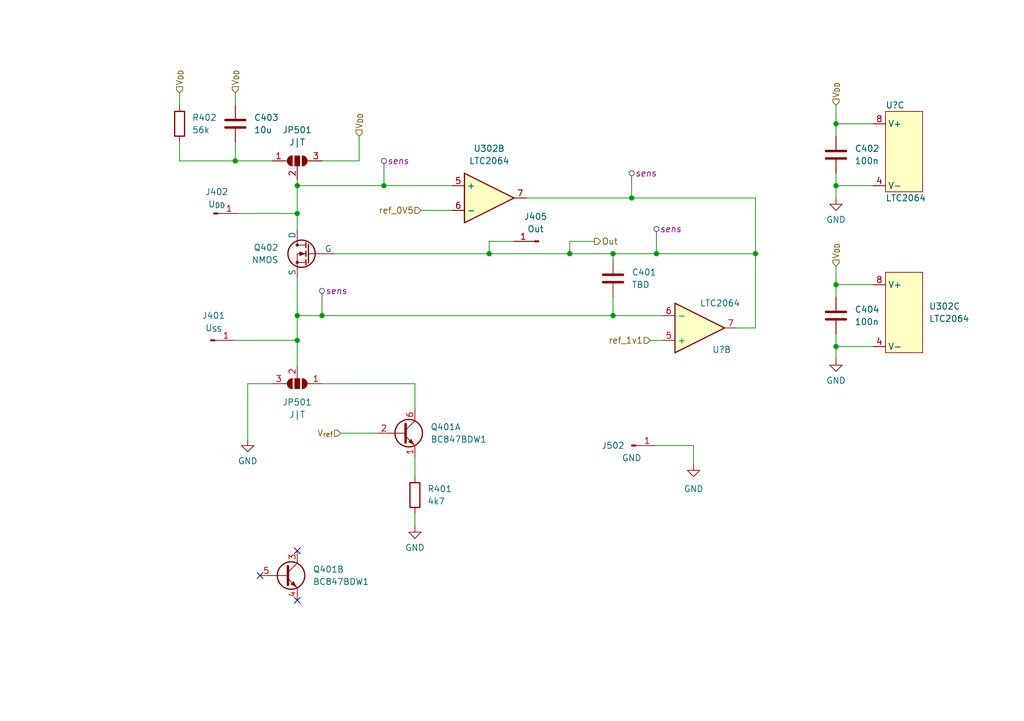
<source format=kicad_sch>
(kicad_sch (version 20230121) (generator eeschema)
  (paper "A5")
  (lib_symbols
    (symbol "Connector:Conn_01x01_Pin" (pin_names (offset 1.016) hide)
      (property "Reference" "J" (at 0 2.54 0))
      (property "Value" "Conn_01x01_Pin" (at 0 -2.54 0))
      (symbol "Conn_01x01_Pin_1_1"
        (polyline (pts (xy 1.27 0) (xy 0.8636 0)) (stroke (width 0.1524)))
        (rectangle (start 0.8636 0.127) (end 0 -0.127) (stroke (width 0.1524)) (fill (type outline)))
        (pin passive line (at 5.08 0 180) (length 3.81) (name "Pin_1") (number "1"))
      )
    )
    (symbol "Device:C" (pin_numbers hide) (pin_names (offset 0.254))
      (property "Reference" "C" (at 0.635 2.54 0))
      (property "Value" "C" (at 0.635 -2.54 0))
      (symbol "C_0_1"
        (polyline (pts (xy -2.032 -0.762) (xy 2.032 -0.762)) (stroke (width 0.508)))
        (polyline (pts (xy -2.032 0.762) (xy 2.032 0.762)) (stroke (width 0.508)))
      )
      (symbol "C_1_1"
        (pin passive line (at 0 3.81 270) (length 2.794) (name "~") (number "1"))
        (pin passive line (at 0 -3.81 90) (length 2.794) (name "~") (number "2"))
      )
    )
    (symbol "Device:R" (pin_numbers hide) (pin_names (offset 0))
      (property "Reference" "R" (at 2.032 0 90))
      (property "Value" "R" (at 0 0 90))
      (symbol "R_0_1"
        (rectangle (start -1.016 -2.54) (end 1.016 2.54) (stroke (width 0.254)))
      )
      (symbol "R_1_1"
        (pin passive line (at 0 3.81 270) (length 1.27) (name "~") (number "1"))
        (pin passive line (at 0 -3.81 90) (length 1.27) (name "~") (number "2"))
      )
    )
    (symbol "Jumper:SolderJumper_3_Open" (pin_names (offset 0) hide)
      (property "Reference" "JP" (at -2.54 -2.54 0))
      (property "Value" "SolderJumper_3_Open" (at 0 2.794 0))
      (symbol "SolderJumper_3_Open_0_1"
        (arc (start -1.016 1.016) (mid -2.0276 0) (end -1.016 -1.016))
        (arc (start -1.016 1.016) (mid -2.0276 0) (end -1.016 -1.016) (fill (type outline)))
        (rectangle (start -0.508 1.016) (end 0.508 -1.016) (fill (type outline)))
        (polyline (pts (xy -2.54 0) (xy -2.032 0)))
        (polyline (pts (xy -1.016 1.016) (xy -1.016 -1.016)))
        (polyline (pts (xy 0 -1.27) (xy 0 -1.016)))
        (polyline (pts (xy 1.016 1.016) (xy 1.016 -1.016)))
        (polyline (pts (xy 2.54 0) (xy 2.032 0)))
        (arc (start 1.016 -1.016) (mid 2.0276 0) (end 1.016 1.016))
        (arc (start 1.016 -1.016) (mid 2.0276 0) (end 1.016 1.016) (fill (type outline)))
      )
      (symbol "SolderJumper_3_Open_1_1"
        (pin passive line (at -5.08 0 0) (length 2.54) (name "A") (number "1"))
        (pin passive line (at 0 -3.81 90) (length 2.54) (name "C") (number "2"))
        (pin passive line (at 5.08 0 180) (length 2.54) (name "B") (number "3"))
      )
    )
    (symbol "Simulation_SPICE:NMOS" (pin_numbers hide) (pin_names (offset 0))
      (property "Reference" "Q402" (at 6.35 1.27 0))
      (property "Value" "NMOS" (at 6.35 -1.27 0))
      (symbol "NMOS_0_1"
        (polyline (pts (xy 0.254 0) (xy -2.54 0)))
        (polyline (pts (xy 0.254 1.905) (xy 0.254 -1.905)) (stroke (width 0.254)))
        (polyline (pts (xy 0.762 -1.27) (xy 0.762 -2.286)) (stroke (width 0.254)))
        (polyline (pts (xy 0.762 0.508) (xy 0.762 -0.508)) (stroke (width 0.254)))
        (polyline (pts (xy 0.762 2.286) (xy 0.762 1.27)) (stroke (width 0.254)))
        (polyline (pts (xy 2.54 -1.778) (xy 0.762 -1.778)))
        (polyline (pts (xy 2.54 1.778) (xy 0.762 1.778)))
        (polyline (pts (xy 2.54 2.54) (xy 2.54 1.778)))
        (polyline (pts (xy 2.54 -2.54) (xy 2.54 0) (xy 0.762 0)))
        (polyline (pts (xy 1.016 0) (xy 2.032 0.381) (xy 2.032 -0.381) (xy 1.016 0)) (fill (type outline)))
        (circle (center 1.651 0) (radius 2.794) (stroke (width 0.254)))
        (circle (center 2.54 -1.778) (radius 0.254) (fill (type outline)))
        (circle (center 2.54 1.778) (radius 0.254) (fill (type outline)))
      )
      (symbol "NMOS_1_1"
        (pin passive line (at 2.54 5.08 270) (length 2.54) (name "D") (number "1"))
        (pin passive line (at 2.54 -5.08 90) (length 2.54) (name "S") (number "2"))
        (pin input line (at -5.08 0 0) (length 2.54) (name "G") (number "3"))
      )
    )
    (symbol "Transistor_BJT:BC847BDW1" (pin_names (offset 0) hide)
      (property "Reference" "Q" (at 5.08 1.27 0))
      (property "Value" "BC847BDW1" (at 5.08 -1.27 0))
      (symbol "BC847BDW1_0_1"
        (polyline (pts (xy 0.635 0) (xy -2.54 0)))
        (polyline (pts (xy 0.635 0.635) (xy 2.54 2.54)))
        (polyline (pts (xy 0.635 -0.635) (xy 2.54 -2.54) (xy 2.54 -2.54)))
        (polyline (pts (xy 0.635 1.905) (xy 0.635 -1.905) (xy 0.635 -1.905)) (stroke (width 0.508)))
        (polyline (pts (xy 1.27 -1.778) (xy 1.778 -1.27) (xy 2.286 -2.286) (xy 1.27 -1.778) (xy 1.27 -1.778)) (fill (type outline)))
        (circle (center 1.27 0) (radius 2.8194) (stroke (width 0.254)))
      )
      (symbol "BC847BDW1_1_1"
        (pin passive line (at 2.54 -5.08 90) (length 2.54) (name "E1") (number "1"))
        (pin input line (at -5.08 0 0) (length 2.54) (name "B1") (number "2"))
        (pin passive line (at 2.54 5.08 270) (length 2.54) (name "C1") (number "6"))
      )
      (symbol "BC847BDW1_2_1"
        (pin passive line (at 2.54 5.08 270) (length 2.54) (name "C2") (number "3"))
        (pin passive line (at 2.54 -5.08 90) (length 2.54) (name "E2") (number "4"))
        (pin input line (at -5.08 0 0) (length 2.54) (name "B2") (number "5"))
      )
    )
    (symbol "power:GND" (power) (pin_names (offset 0))
      (property "Value" "GND" (at 0 -3.81 0))
      (symbol "GND_0_1"
        (polyline (pts (xy 0 0) (xy 0 -1.27) (xy 1.27 -1.27) (xy 0 -2.54) (xy -1.27 -1.27) (xy 0 -1.27)))
      )
      (symbol "GND_1_1"
        (pin power_in line (at 0 0 270) (length 0) hide (name "GND") (number "1"))
      )
    )
    (symbol "sensorModules:LTC2064IMS8"
      (property "Reference" "U" (at -3.81 10.16 0))
      (property "Value" "LTC2064" (at -3.81 -10.16 0))
      (symbol "LTC2064IMS8_1_1"
        (polyline (pts (xy -3.81 5.08) (xy 6.35 0) (xy -3.81 -5.08) (xy -3.81 5.08) (xy -3.81 5.08)) (stroke (width 0.254)) (fill (type background)))
        (pin output line (at 8.89 0 180) (length 2.54) (name "~") (number "1"))
        (pin input line (at -6.35 -2.54 0) (length 2.54) (name "-") (number "2"))
        (pin input line (at -6.35 2.54 0) (length 2.54) (name "+") (number "3"))
      )
      (symbol "LTC2064IMS8_2_1"
        (polyline (pts (xy -3.81 5.08) (xy 6.35 0) (xy -3.81 -5.08) (xy -3.81 5.08) (xy -3.81 5.08)) (stroke (width 0.254)) (fill (type background)))
        (pin input line (at -6.35 2.54 0) (length 2.54) (name "+") (number "5"))
        (pin input line (at -6.35 -2.54 0) (length 2.54) (name "-") (number "6"))
        (pin output line (at 8.89 0 180) (length 2.54) (name "~") (number "7"))
      )
      (symbol "LTC2064IMS8_3_1"
        (rectangle (start -3.81 8.89) (end 3.81 -7.62) (fill (type background)))
        (pin power_in line (at -6.35 -6.35 0) (length 2.54) (name "V-") (number "4"))
        (pin power_in line (at -6.35 6.35 0) (length 2.54) (name "V+") (number "8"))
      )
    )
  )
  (junction (at 66.04 64.77))
  (junction (at 60.96 64.77))
  (junction (at 125.73 64.77))
  (junction (at 60.96 69.85))
  (junction (at 171.45 38.1))
  (junction (at 116.84 52.07))
  (junction (at 78.74 38.1))
  (junction (at 125.73 52.07))
  (junction (at 171.45 71.12))
  (junction (at 134.62 52.07))
  (junction (at 100.33 52.07))
  (junction (at 154.94 52.07))
  (junction (at 48.26 33.02))
  (junction (at 171.45 25.4))
  (junction (at 60.96 38.1))
  (junction (at 60.96 43.815))
  (junction (at 171.45 58.42))
  (junction (at 129.54 40.64))
  (no_connect (at 53.34 118.11))
  (no_connect (at 60.96 113.03))
  (no_connect (at 60.96 123.19))
  (wire (pts (xy 50.8 90.17) (xy 50.8 78.74)))
  (wire (pts (xy 77.47 88.9) (xy 69.85 88.9)))
  (wire (pts (xy 85.09 93.98) (xy 85.09 97.79)))
  (wire (pts (xy 48.26 33.02) (xy 48.26 29.21)))
  (wire (pts (xy 60.96 64.77) (xy 60.96 69.85)))
  (wire (pts (xy 171.45 58.42) (xy 171.45 60.96)))
  (wire (pts (xy 179.07 25.4) (xy 171.45 25.4)))
  (wire (pts (xy 68.58 52.07) (xy 100.33 52.07)))
  (wire (pts (xy 48.26 33.02) (xy 55.88 33.02)))
  (wire (pts (xy 73.66 27.94) (xy 73.66 33.02)))
  (wire (pts (xy 36.83 29.21) (xy 36.83 33.02)))
  (wire (pts (xy 60.96 69.85) (xy 60.96 74.93)))
  (wire (pts (xy 78.74 38.1) (xy 92.71 38.1)))
  (wire (pts (xy 171.45 38.1) (xy 179.07 38.1)))
  (wire (pts (xy 171.45 54.61) (xy 171.45 58.42)))
  (wire (pts (xy 142.24 91.44) (xy 134.62 91.44)))
  (wire (pts (xy 135.89 64.77) (xy 125.73 64.77)))
  (wire (pts (xy 78.74 35.56) (xy 78.74 38.1)))
  (wire (pts (xy 125.73 60.96) (xy 125.73 64.77)))
  (wire (pts (xy 105.41 49.53) (xy 100.33 49.53)))
  (wire (pts (xy 171.45 73.66) (xy 171.45 71.12)))
  (wire (pts (xy 86.36 43.18) (xy 92.71 43.18)))
  (wire (pts (xy 85.09 78.74) (xy 85.09 83.82)))
  (wire (pts (xy 116.84 49.53) (xy 116.84 52.07)))
  (wire (pts (xy 100.33 52.07) (xy 116.84 52.07)))
  (wire (pts (xy 66.04 62.23) (xy 66.04 64.77)))
  (wire (pts (xy 151.13 67.31) (xy 154.94 67.31)))
  (wire (pts (xy 50.8 78.74) (xy 55.88 78.74)))
  (wire (pts (xy 171.45 21.59) (xy 171.45 25.4)))
  (wire (pts (xy 171.45 68.58) (xy 171.45 71.12)))
  (wire (pts (xy 125.73 52.07) (xy 125.73 53.34)))
  (wire (pts (xy 60.96 38.1) (xy 78.74 38.1)))
  (wire (pts (xy 116.84 49.53) (xy 121.92 49.53)))
  (wire (pts (xy 154.94 40.64) (xy 154.94 52.07)))
  (wire (pts (xy 60.96 43.815) (xy 60.96 46.99)))
  (wire (pts (xy 142.24 95.25) (xy 142.24 91.44)))
  (wire (pts (xy 100.33 49.53) (xy 100.33 52.07)))
  (wire (pts (xy 171.45 40.64) (xy 171.45 38.1)))
  (wire (pts (xy 171.45 71.12) (xy 179.07 71.12)))
  (wire (pts (xy 48.26 69.85) (xy 60.96 69.85)))
  (wire (pts (xy 85.09 105.41) (xy 85.09 107.95)))
  (wire (pts (xy 179.07 58.42) (xy 171.45 58.42)))
  (wire (pts (xy 134.62 49.53) (xy 134.62 52.07)))
  (wire (pts (xy 125.73 52.07) (xy 134.62 52.07)))
  (wire (pts (xy 66.04 78.74) (xy 85.09 78.74)))
  (wire (pts (xy 48.895 43.815) (xy 60.96 43.815)))
  (wire (pts (xy 107.95 40.64) (xy 129.54 40.64)))
  (wire (pts (xy 60.96 64.77) (xy 66.04 64.77)))
  (wire (pts (xy 36.83 19.05) (xy 36.83 21.59)))
  (wire (pts (xy 60.96 64.77) (xy 60.96 57.15)))
  (wire (pts (xy 129.54 38.1) (xy 129.54 40.64)))
  (wire (pts (xy 60.96 38.1) (xy 60.96 43.815)))
  (wire (pts (xy 116.84 52.07) (xy 125.73 52.07)))
  (wire (pts (xy 171.45 25.4) (xy 171.45 27.94)))
  (wire (pts (xy 171.45 35.56) (xy 171.45 38.1)))
  (wire (pts (xy 129.54 40.64) (xy 154.94 40.64)))
  (wire (pts (xy 66.04 64.77) (xy 125.73 64.77)))
  (wire (pts (xy 154.94 52.07) (xy 154.94 67.31)))
  (wire (pts (xy 48.26 19.05) (xy 48.26 21.59)))
  (wire (pts (xy 60.96 36.83) (xy 60.96 38.1)))
  (wire (pts (xy 73.66 33.02) (xy 66.04 33.02)))
  (wire (pts (xy 134.62 52.07) (xy 154.94 52.07)))
  (wire (pts (xy 135.89 69.85) (xy 133.35 69.85)))
  (wire (pts (xy 36.83 33.02) (xy 48.26 33.02)))
  (hierarchical_label "ref_1v1" (shape input) (at 133.35 69.85 180))
  (hierarchical_label "Out" (shape output) (at 121.92 49.53 0))
  (hierarchical_label "V_{ref}" (shape input) (at 69.85 88.9 180))
  (hierarchical_label "V_{DD}" (shape input) (at 73.66 27.94 90))
  (hierarchical_label "V_{DD}" (shape input) (at 36.83 19.05 90))
  (hierarchical_label "ref_0V5" (shape input) (at 86.36 43.18 180))
  (hierarchical_label "V_{DD}" (shape input) (at 48.26 19.05 90))
  (hierarchical_label "V_{DD}" (shape input) (at 171.45 54.61 90))
  (hierarchical_label "V_{DD}" (shape input) (at 171.45 21.59 90))
  (netclass_flag "" (length 2.54) (shape round) (at 78.74 35.56 0) (property "Netclass" "sens" (at 79.4385 33.02 0) (effects (font italic) (justify left))))
  (netclass_flag "" (length 2.54) (shape round) (at 129.54 38.1 0) (property "Netclass" "sens" (at 130.2385 35.56 0) (effects (font italic) (justify left))))
  (netclass_flag "" (length 2.54) (shape round) (at 134.62 49.53 0) (property "Netclass" "sens" (at 135.3185 46.99 0) (effects (font italic) (justify left))))
  (netclass_flag "" (length 2.54) (shape round) (at 66.04 62.23 0) (property "Netclass" "sens" (at 66.7385 59.69 0) (effects (font italic) (justify left))))
  (symbol (lib_id "Device:C") (at 171.45 31.75 0) (unit 1)
    (property "Reference" "C402" (at 175.26 30.48 0) (effects (justify left)))
    (property "Value" "100n" (at 175.26 33.02 0) (effects (justify left)))
    (property "Footprint" "Capacitor_SMD:C_0805_2012Metric_Pad1.18x1.45mm_HandSolder" (effects hide))
  )
  (symbol (lib_id "sensorModules:LTC2064IMS8") (at 185.42 31.75 0) (unit 3)
    (property "Reference" "U?" (at 181.61 21.59 0) (effects (justify left)))
    (property "Value" "LTC2064" (at 181.61 40.64 0) (effects (justify left)))
    (property "Footprint" "Package_SO:MSOP-8_3x3mm_P0.65mm" (effects hide))
    (property "Datasheet" "https://www.analog.com/media/en/technical-documentation/data-sheets/ltc2063-2064-2065.pdf" (effects hide))
    (property "Farnell" "4021217" (effects hide))
    (property "Digikey" "505-LTC2064IMS8#PBF-ND" (effects hide))
    (instances (project "sensor" (path "" (reference "U?") (unit 3)) (path "" (reference "U301") (unit 3))))
  )
  (symbol (lib_id "Device:C") (at 171.45 64.77 0) (unit 1)
    (property "Reference" "C404" (at 175.26 63.5 0) (effects (justify left)))
    (property "Value" "100n" (at 175.26 66.04 0) (effects (justify left)))
    (property "Footprint" "Capacitor_SMD:C_0805_2012Metric_Pad1.18x1.45mm_HandSolder" (effects hide))
  )
  (symbol (lib_id "Simulation_SPICE:NMOS") (at 63.5 52.07 0) (mirror y) (unit 1)
    (property "Reference" "Q402" (at 57.15 50.8 0) (effects (justify left)))
    (property "Value" "NMOS" (at 57.15 53.34 0) (effects (justify left)))
    (property "Footprint" "Connector_PinHeader_2.54mm:PinHeader_1x03_P2.54mm_Horizontal" (effects hide))
    (property "Datasheet" "https://ngspice.sourceforge.io/docs/ngspice-manual.pdf" (effects hide))
    (property "Sim.Device" "NMOS" (effects hide))
    (property "Sim.Type" "VDMOS" (effects hide))
    (property "Sim.Pins" "1=D 2=G 3=S" (effects hide))
  )
  (symbol (lib_id "Connector:Conn_01x01_Pin") (at 129.54 91.44 0) (mirror x) (unit 1)
    (property "Reference" "J502" (at 125.73 91.44 0))
    (property "Value" "GND" (at 129.54 93.98 0))
    (property "Footprint" "testpoint_519x:Testpoint_519xTR" (effects hide))
    (instances (project "sensor" (path "" (reference "J502") (unit 1)) (path "" (reference "J403") (unit 1))))
  )
  (symbol (lib_id "sensorModules:LTC2064IMS8") (at 99.06 40.64 0) (unit 2)
    (property "Reference" "U302" (at 100.33 30.48 0))
    (property "Value" "LTC2064" (at 100.33 33.02 0))
    (property "Footprint" "Package_SO:MSOP-8_3x3mm_P0.65mm" (effects hide))
    (property "Datasheet" "https://www.analog.com/media/en/technical-documentation/data-sheets/ltc2063-2064-2065.pdf" (effects hide))
    (property "Farnell" "4021217" (effects hide))
    (property "Digikey" "505-LTC2064IMS8#PBF-ND" (effects hide))
  )
  (symbol (lib_id "sensorModules:LTC2064IMS8") (at 185.42 64.77 0) (unit 3)
    (property "Reference" "U302" (at 190.5 62.865 0) (effects (justify left)))
    (property "Value" "LTC2064" (at 190.5 65.405 0) (effects (justify left)))
    (property "Footprint" "Package_SO:MSOP-8_3x3mm_P0.65mm" (effects hide))
    (property "Datasheet" "https://www.analog.com/media/en/technical-documentation/data-sheets/ltc2063-2064-2065.pdf" (effects hide))
    (property "Farnell" "4021217" (effects hide))
    (property "Digikey" "505-LTC2064IMS8#PBF-ND" (effects hide))
  )
  (symbol (lib_id "power:GND") (at 171.45 40.64 0) (unit 1)
    (property "Reference" "#PWR0404" (effects hide))
    (property "Value" "GND" (at 171.45 45.085 0))
  )
  (symbol (lib_id "power:GND") (at 171.45 73.66 0) (unit 1)
    (property "Reference" "#PWR0405" (effects hide))
    (property "Value" "GND" (at 171.45 78.105 0))
  )
  (symbol (lib_id "Transistor_BJT:BC847BDW1") (at 58.42 118.11 0) (unit 2)
    (property "Reference" "Q401" (at 64.135 116.84 0) (effects (justify left)))
    (property "Value" "BC847BDW1" (at 64.135 119.38 0) (effects (justify left)))
    (property "Footprint" "Package_TO_SOT_SMD:SOT-363_SC-70-6" (effects hide))
    (property "Datasheet" "http://www.onsemi.com/pub_link/Collateral/BC846BDW1T1-D.PDF" (effects hide))
    (property "Digikey" "BC847BDW1T3GOSCT-ND" (effects hide))
    (property "Farnell" "2533306" (effects hide))
  )
  (symbol (lib_id "Connector:Conn_01x01_Pin") (at 110.49 49.53 0) (mirror y) (unit 1)
    (property "Reference" "J405" (at 109.855 44.45 0))
    (property "Value" "Out" (at 109.855 46.99 0))
    (property "Footprint" "testpoint_519x:Testpoint_519xTR" (effects hide))
  )
  (symbol (lib_id "Connector:Conn_01x01_Pin") (at 43.815 43.815 0) (unit 1)
    (property "Reference" "J402" (at 44.45 39.37 0))
    (property "Value" "U_{DD}" (at 44.45 41.91 0))
    (property "Footprint" "testpoint_519x:Testpoint_519xTR" (effects hide))
  )
  (symbol (lib_id "Jumper:SolderJumper_3_Open") (at 60.96 33.02 0) (unit 1)
    (property "Reference" "JP501" (at 60.96 26.67 0))
    (property "Value" "J|T" (at 60.96 29.21 0))
    (property "Footprint" "Jumper:SolderJumper-3_P1.3mm_Open_RoundedPad1.0x1.5mm" (effects hide))
    (instances (project "sensor" (path "" (reference "JP501") (unit 1)) (path "" (reference "JP403") (unit 1))))
  )
  (symbol (lib_id "Device:R") (at 85.09 101.6 0) (unit 1)
    (property "Reference" "R401" (at 87.63 100.33 0) (effects (justify left)))
    (property "Value" "4k7" (at 87.63 102.87 0) (effects (justify left)))
    (property "Footprint" "Resistor_SMD:R_0805_2012Metric_Pad1.20x1.40mm_HandSolder" (effects hide))
  )
  (symbol (lib_id "power:GND") (at 85.09 107.95 0) (unit 1)
    (property "Reference" "#PWR05" (effects hide))
    (property "Value" "GND" (at 85.09 112.395 0))
    (instances (project "sensor" (path "" (reference "#PWR05") (unit 1)) (path "" (reference "#PWR0401") (unit 1))))
  )
  (symbol (lib_id "sensorModules:LTC2064IMS8") (at 142.24 67.31 0) (mirror x) (unit 2)
    (property "Reference" "U?" (at 146.05 71.755 0) (effects (justify left)))
    (property "Value" "LTC2064" (at 143.51 62.23 0) (effects (justify left)))
    (property "Footprint" "Package_SO:MSOP-8_3x3mm_P0.65mm" (effects hide))
    (property "Datasheet" "https://www.analog.com/media/en/technical-documentation/data-sheets/ltc2063-2064-2065.pdf" (effects hide))
    (property "Farnell" "4021217" (effects hide))
    (property "Digikey" "505-LTC2064IMS8#PBF-ND" (effects hide))
    (instances (project "sensor" (path "" (reference "U?") (unit 2)) (path "" (reference "U301") (unit 2))))
  )
  (symbol (lib_id "power:GND") (at 142.24 95.25 0) (mirror y) (unit 1)
    (property "Reference" "#PWR0502" (effects hide))
    (property "Value" "GND" (at 142.24 100.33 0))
    (instances (project "sensor" (path "" (reference "#PWR0502") (unit 1)) (path "" (reference "#PWR0402") (unit 1))))
  )
  (symbol (lib_id "Jumper:SolderJumper_3_Open") (at 60.96 78.74 180) (unit 1)
    (property "Reference" "JP501" (at 60.96 82.55 0))
    (property "Value" "J|T" (at 60.96 85.09 0))
    (property "Footprint" "Jumper:SolderJumper-3_P1.3mm_Open_RoundedPad1.0x1.5mm" (effects hide))
    (instances (project "sensor" (path "" (reference "JP501") (unit 1)) (path "" (reference "JP402") (unit 1))))
  )
  (symbol (lib_id "Transistor_BJT:BC847BDW1") (at 82.55 88.9 0) (unit 1)
    (property "Reference" "Q401" (at 88.265 87.63 0) (effects (justify left)))
    (property "Value" "BC847BDW1" (at 88.265 90.17 0) (effects (justify left)))
    (property "Footprint" "Package_TO_SOT_SMD:SOT-363_SC-70-6" (effects hide))
    (property "Datasheet" "http://www.onsemi.com/pub_link/Collateral/BC846BDW1T1-D.PDF" (effects hide))
    (property "Digikey" "BC847BDW1T3GOSCT-ND" (effects hide))
    (property "Farnell" "2533306" (effects hide))
  )
  (symbol (lib_id "Device:C") (at 125.73 57.15 0) (unit 1)
    (property "Reference" "C401" (at 129.54 55.88 0) (effects (justify left)))
    (property "Value" "TBD" (at 129.54 58.42 0) (effects (justify left)))
    (property "Footprint" "Capacitor_SMD:C_0805_2012Metric_Pad1.18x1.45mm_HandSolder" (effects hide))
  )
  (symbol (lib_id "power:GND") (at 50.8 90.17 0) (unit 1)
    (property "Reference" "#PWR0403" (effects hide))
    (property "Value" "GND" (at 50.8 94.615 0))
  )
  (symbol (lib_id "Device:C") (at 48.26 25.4 0) (unit 1)
    (property "Reference" "C403" (at 52.07 24.13 0) (effects (justify left)))
    (property "Value" "10u" (at 52.07 26.67 0) (effects (justify left)))
    (property "Footprint" "Capacitor_SMD:C_0805_2012Metric_Pad1.18x1.45mm_HandSolder" (effects hide))
  )
  (symbol (lib_id "Connector:Conn_01x01_Pin") (at 43.18 69.85 0) (unit 1)
    (property "Reference" "J401" (at 43.815 64.77 0))
    (property "Value" "U_{SS}" (at 43.815 67.31 0))
    (property "Footprint" "testpoint_519x:Testpoint_519xTR" (effects hide))
  )
  (symbol (lib_id "Device:R") (at 36.83 25.4 0) (unit 1)
    (property "Reference" "R402" (at 39.37 24.13 0) (effects (justify left)))
    (property "Value" "56k" (at 39.37 26.67 0) (effects (justify left)))
    (property "Footprint" "Resistor_SMD:R_0805_2012Metric_Pad1.20x1.40mm_HandSolder" (effects hide))
  )
)
</source>
